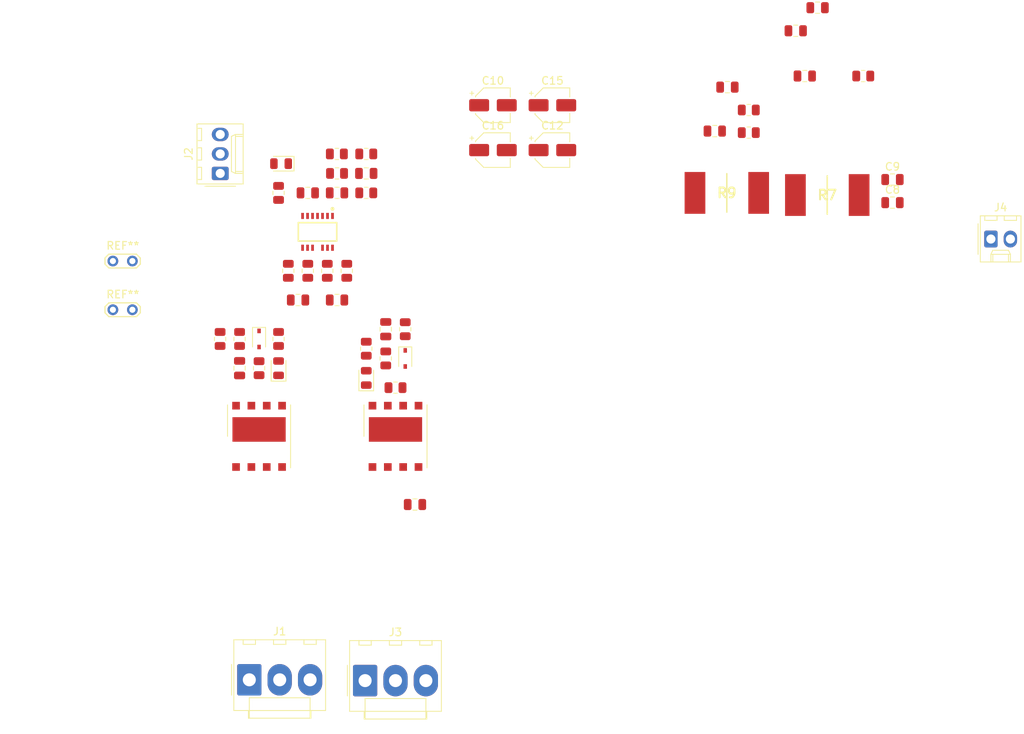
<source format=kicad_pcb>
(kicad_pcb (version 20211014) (generator pcbnew)
  (layers (0 "F.Cu" mixed) (1 "In1.Cu" power "Mid.1") (2 "In2.Cu" power "Mid.2") (31 "B.Cu" mixed) (34 "B.Paste" user) (35 "F.Paste" user) (36 "B.SilkS" user "B.Silkscreen") (37 "F.SilkS" user "F.Silkscreen") (38 "B.Mask" user) (39 "F.Mask" user) (44 "Edge.Cuts" user))
  (net 0 "")
  (net 1 "GND")
  (net 2 "+3.3V")
  (net 3 "GNDA")
  (net 4 "VCCA")
  (net 5 "GNDB")
  (net 6 "VCCB")
  (net 7 "GND1")
  (net 8 "Net-(C4-Pad2)")
  (net 9 "Net-(C5-Pad1)")
  (net 10 "Net-(C5-Pad2)")
  (net 11 "Net-(C10-Pad1)")
  (net 12 "Net-(C6-Pad2)")
  (net 13 "Net-(C7-Pad2)")
  (net 14 "Net-(C8-Pad2)")
  (net 15 "Net-(C10-Pad2)")
  (net 16 "GND2")
  (net 17 "OUTA")
  (net 18 "GND3")
  (net 19 "Net-(D1-Pad2)")
  (net 20 "Net-(D2-Pad2)")
  (net 21 "Net-(D5-Pad2)")
  (net 22 "Net-(D6-Pad2)")
  (net 23 "Net-(D7-Pad2)")
  (net 24 "Net-(FB1-Pad1)")
  (net 25 "Net-(FB2-Pad1)")
  (net 26 "Net-(FB3-Pad1)")
  (net 27 "Net-(Q1-Pad8)")
  (net 28 "Net-(J2-Pad1)")
  (net 29 "Net-(J2-Pad3)")
  (net 31 "Net-(FB4-Pad1)")
  (net 32 "HVDC+")
  (net 33 "PWM1")
  (net 34 "PWM2")
  (net 35 "OUTB")
  (net 36 "Net-(C15-Pad2)")
  (net 37 "Net-(U1-Pad13)")
  (net 38 "Net-(C16-Pad2)")
  (net 39 "Net-(C16-Pad1)")
  (net 40 "Net-(J1-Pad1)")
  (net 41 "Net-(Q1-Pad1)")
  (net 42 "Net-(Q2-Pad5)")
  (footprint "Connector_Molex:Molex_KK-254_AE-6410-03A_1x03_P2.54mm_Vertical" (layer "F.Cu") (at 62.25 60.96 90)
    (fp_text reference "J2" (at 2.54 -4.12 90) (layer "F.SilkS"))
    (fp_text value "PWM")
    (fp_line (start 6.46 2.99) (end 6.46 -3.03) (layer "F.SilkS") (width 0.12))
    (fp_line (start 0.8 -2.43) (end 0.8 -3.03) (layer "F.SilkS") (width 0.12))
    (fp_line (start 5.88 -2.43) (end 5.88 -3.03) (layer "F.SilkS") (width 0.12))
    (fp_line (start 0.25 2.99) (end 0.25 1.99) (layer "F.SilkS") (width 0.12))
    (fp_line (start 3.34 -2.43) (end 3.34 -3.03) (layer "F.SilkS") (width 0.12))
    (fp_line (start 0 1.99) (end 0.25 1.46) (layer "F.SilkS") (width 0.12))
    (fp_line (start 0.25 1.46) (end 4.83 1.46) (layer "F.SilkS") (width 0.12))
    (fp_line (start 4.83 2.99) (end 4.83 1.99) (layer "F.SilkS") (width 0.12))
    (fp_line (start 4.28 -2.43) (end 5.88 -2.43) (layer "F.SilkS") (width 0.12))
    (fp_line (start 5.08 1.99) (end 5.08 2.99) (layer "F.SilkS") (width 0.12))
    (fp_line (start 6.46 -3.03) (end -1.38 -3.03) (layer "F.SilkS") (width 0.12))
    (fp_line (start 1.74 -3.03) (end 1.74 -2.43) (layer "F.SilkS") (width 0.12))
    (fp_line (start 4.83 1.46) (end 5.08 1.99) (layer "F.SilkS") (width 0.12))
    (fp_line (start 1.74 -2.43) (end 3.34 -2.43) (layer "F.SilkS") (width 0.12))
    (fp_line (start -1.38 -3.03) (end -1.38 2.99) (layer "F.SilkS") (width 0.12))
    (fp_line (start -0.8 -2.43) (end 0.8 -2.43) (layer "F.SilkS") (width 0.12))
    (fp_line (start -1.67 -2) (end -1.67 2) (layer "F.SilkS") (width 0.12))
    (fp_line (start 0 1.99) (end 5.08 1.99) (layer "F.SilkS") (width 0.12))
    (fp_line (start -0.8 -3.03) (end -0.8 -2.43) (layer "F.SilkS") (width 0.12))
    (fp_line (start 4.28 -3.03) (end 4.28 -2.43) (layer "F.SilkS") (width 0.12))
    (fp_line (start -1.38 2.99) (end 6.46 2.99) (layer "F.SilkS") (width 0.12))
    (fp_line (start 0 2.99) (end 0 1.99) (layer "F.SilkS") (width 0.12))
    (pad "1" thru_hole roundrect (at 0 0 90) (size 1.74 2.19) (drill 1.19) (layers *.Cu *.Mask) (roundrect_rratio 0.143678) (net 28 "Net-(J2-Pad1)"))
    (pad "2" thru_hole oval (at 2.54 0 90) (size 1.74 2.19) (drill 1.19) (layers *.Cu *.Mask) (net 1 "GND"))
    (pad "3" thru_hole oval (at 5.08 0 90) (size 1.74 2.19) (drill 1.19) (layers *.Cu *.Mask) (net 29 "Net-(J2-Pad3)"))
  )
  (footprint "footprint:RESC10052X50N" (layer "F.Cu") (at 141.36 63.78)
    (fp_text reference "R7" (at 0 0) (layer "F.SilkS") (effects (font (size 1.27 1.27) (thickness 0.254))))
    (fp_text value "WSLP3921L1000FEA" hide)
    (fp_line (start 0 -2.5) (end 0 2.5) (layer "F.SilkS") (width 0.2))
    (pad "1" smd rect (at -4.15 0) (size 2.7 5.45) (layers "F.Cu" "F.Paste" "F.Mask") (net 41 "Net-(Q1-Pad1)"))
    (pad "2" smd rect (at 4.15 0) (size 2.7 5.45) (layers "F.Cu" "F.Paste" "F.Mask") (net 32 "HVDC+"))
  )
  (footprint "Diode_SMD:D_SOD-323" (layer "F.Cu") (at 86.36 85.09 -90)
    (fp_text reference "D2" hide)
    (fp_text value "BAT165")
    (fp_line (start -1.5 0.85) (end 1.05 0.85) (layer "F.SilkS") (width 0.12))
    (fp_line (start -1.5 -0.85) (end -1.5 0.85) (layer "F.SilkS") (width 0.12))
    (fp_line (start -1.5 -0.85) (end 1.05 -0.85) (layer "F.SilkS") (width 0.12))
    (pad "1" smd rect (at -1.05 0 270) (size 0.6 0.45) (layers "F.Cu" "F.Paste" "F.Mask") (net 8 "Net-(C4-Pad2)"))
    (pad "2" smd rect (at 1.05 0 270) (size 0.6 0.45) (layers "F.Cu" "F.Paste" "F.Mask") (net 20 "Net-(D2-Pad2)"))
  )
  (footprint "Resistor_SMD:R_0805_2012Metric" (layer "F.Cu") (at 73.66 73.66 -90)
    (fp_text reference "FB4" hide)
    (fp_text value "fb")
    (fp_line (start -0.227064 0.735) (end 0.227064 0.735) (layer "F.SilkS") (width 0.12))
    (fp_line (start -0.227064 -0.735) (end 0.227064 -0.735) (layer "F.SilkS") (width 0.12))
    (pad "1" smd roundrect (at -0.9125 0 270) (size 1.025 1.4) (layers "F.Cu" "F.Paste" "F.Mask") (roundrect_rratio 0.243902) (net 31 "Net-(FB4-Pad1)"))
    (pad "2" smd roundrect (at 0.9125 0 270) (size 1.025 1.4) (layers "F.Cu" "F.Paste" "F.Mask") (roundrect_rratio 0.243902) (net 4 "VCCA"))
  )
  (footprint "footprint:TFLGA65P500X500X106-14_13N-V" (layer "F.Cu") (at 74.93 68.58 -90)
    (fp_text reference "U1" hide)
    (fp_text value "2EDF7275K")
    (fp_line (start -1.2 2.5) (end 1.2 2.5) (layer "F.SilkS") (width 0.2))
    (fp_line (start -1.2 -2.5) (end 1.2 -2.5) (layer "F.SilkS") (width 0.2))
    (fp_line (start -1.2 2.5) (end -1.2 -2.5) (layer "F.SilkS") (width 0.2))
    (fp_line (start 1.2 2.5) (end 1.2 -2.5) (layer "F.SilkS") (width 0.2))
    (fp_circle (center -3 -1.95) (end -2.875 -1.95) (layer "F.SilkS") (width 0.25) (fill none))
    (pad "1" smd rect locked (at -2.075 -1.95 270) (size 0.8 0.35) (layers "F.Cu" "F.Mask") (net 1 "GND"))
    (pad "2" smd rect locked (at -2.075 -1.3 270) (size 0.8 0.35) (layers "F.Cu" "F.Mask") (net 33 "PWM1"))
    (pad "3" smd rect locked (at -2.075 -0.65 270) (size 0.8 0.35) (layers "F.Cu" "F.Mask") (net 34 "PWM2"))
    (pad "4" smd rect locked (at -2.075 0 270) (size 0.8 0.35) (layers "F.Cu" "F.Mask") (net 1 "GND"))
    (pad "5" smd rect locked (at -2.075 0.65 270) (size 0.8 0.35) (layers "F.Cu" "F.Mask") (net 1 "GND"))
    (pad "6" smd rect locked (at -2.075 1.3 270) (size 0.8 0.35) (layers "F.Cu" "F.Mask"))
    (pad "7" smd rect locked (at -2.075 1.95 270) (size 0.8 0.35) (layers "F.Cu" "F.Mask") (net 2 "+3.3V"))
    (pad "8" smd rect locked (at 2.075 1.95 270) (size 0.8 0.35) (layers "F.Cu" "F.Mask") (net 38 "Net-(C16-Pad2)"))
    (pad "9" smd rect locked (at 2.075 1.3 270) (size 0.8 0.35) (layers "F.Cu" "F.Mask") (net 35 "OUTB"))
    (pad "10" smd rect locked (at 2.075 0.65 270) (size 0.8 0.35) (layers "F.Cu" "F.Mask") (net 39 "Net-(C16-Pad1)"))
    (pad "11" smd rect locked (at 2.075 -0.65 270) (size 0.8 0.35) (layers "F.Cu" "F.Mask") (net 36 "Net-(C15-Pad2)"))
    (pad "12" smd rect locked (at 2.075 -1.3 270) (size 0.8 0.35) (layers "F.Cu" "F.Mask") (net 17 "OUTA"))
    (pad "13" smd rect locked (at 2.075 -1.95 270) (size 0.8 0.35) (layers "F.Cu" "F.Mask") (net 37 "Net-(U1-Pad13)"))
  )
  (footprint "Resistor_SMD:R_0805_2012Metric" (layer "F.Cu") (at 83.82 85.09 -90)
    (fp_text reference "R4" hide)
    (fp_text value "10")
    (fp_line (start -0.227064 0.735) (end 0.227064 0.735) (layer "F.SilkS") (width 0.12))
    (fp_line (start -0.227064 -0.735) (end 0.227064 -0.735) (layer "F.SilkS") (width 0.12))
    (pad "1" smd roundrect (at -0.9125 0 270) (size 1.025 1.4) (layers "F.Cu" "F.Paste" "F.Mask") (roundrect_rratio 0.243902) (net 8 "Net-(C4-Pad2)"))
    (pad "2" smd roundrect (at 0.9125 0 270) (size 1.025 1.4) (layers "F.Cu" "F.Paste" "F.Mask") (roundrect_rratio 0.243902) (net 27 "Net-(Q1-Pad8)"))
  )
  (footprint "Capacitor_SMD:C_0805_2012Metric" (layer "F.Cu") (at 73.66 63.5 180)
    (fp_text reference "C1" hide)
    (fp_text value "100nF")
    (fp_line (start -0.261252 -0.735) (end 0.261252 -0.735) (layer "F.SilkS") (width 0.12))
    (fp_line (start -0.261252 0.735) (end 0.261252 0.735) (layer "F.SilkS") (width 0.12))
    (pad "1" smd roundrect (at -0.95 0 180) (size 1 1.45) (layers "F.Cu" "F.Paste" "F.Mask") (net 1 "GND"))
    (pad "2" smd roundrect (at 0.95 0 180) (size 1 1.45) (layers "F.Cu" "F.Paste" "F.Mask") (net 2 "+3.3V"))
  )
  (footprint "Capacitor_SMD:C_0805_2012Metric" (layer "F.Cu") (at 138.43 48.26)
    (fp_text reference "C6" hide)
    (fp_text value "100nF/100V")
    (fp_line (start -0.261252 0.735) (end 0.261252 0.735) (layer "F.SilkS") (width 0.12))
    (fp_line (start -0.261252 -0.735) (end 0.261252 -0.735) (layer "F.SilkS") (width 0.12))
    (pad "1" smd roundrect (at -0.95 0) (size 1 1.45) (layers "F.Cu" "F.Paste" "F.Mask") (net 18 "GND3"))
    (pad "2" smd roundrect (at 0.95 0) (size 1 1.45) (layers "F.Cu" "F.Paste" "F.Mask") (net 12 "Net-(C6-Pad2)"))
  )
  (footprint "Capacitor_SMD:C_0805_2012Metric" (layer "F.Cu") (at 77.47 77.47)
    (fp_text reference "C2" hide)
    (fp_text value "1uF")
    (fp_line (start -0.261252 0.735) (end 0.261252 0.735) (layer "F.SilkS") (width 0.12))
    (fp_line (start -0.261252 -0.735) (end 0.261252 -0.735) (layer "F.SilkS") (width 0.12))
    (pad "1" smd roundrect (at -0.95 0) (size 1 1.45) (layers "F.Cu" "F.Paste" "F.Mask") (net 36 "Net-(C15-Pad2)"))
    (pad "2" smd roundrect (at 0.95 0) (size 1 1.45) (layers "F.Cu" "F.Paste" "F.Mask") (net 37 "Net-(U1-Pad13)"))
  )
  (footprint "Capacitor_SMD:C_0805_2012Metric" (layer "F.Cu") (at 128.35 49.71)
    (fp_text reference "C7" hide)
    (fp_text value "100nF/100V")
    (fp_line (start -0.261252 -0.735) (end 0.261252 -0.735) (layer "F.SilkS") (width 0.12))
    (fp_line (start -0.261252 0.735) (end 0.261252 0.735) (layer "F.SilkS") (width 0.12))
    (pad "1" smd roundrect (at -0.95 0) (size 1 1.45) (layers "F.Cu" "F.Paste" "F.Mask") (net 18 "GND3"))
    (pad "2" smd roundrect (at 0.95 0) (size 1 1.45) (layers "F.Cu" "F.Paste" "F.Mask") (net 13 "Net-(C7-Pad2)"))
  )
  (footprint "Resistor_SMD:R_0805_2012Metric" (layer "F.Cu") (at 71.12 73.66 -90)
    (fp_text reference "FB1" hide)
    (fp_text value "fb")
    (fp_line (start -0.227064 -0.735) (end 0.227064 -0.735) (layer "F.SilkS") (width 0.12))
    (fp_line (start -0.227064 0.735) (end 0.227064 0.735) (layer "F.SilkS") (width 0.12))
    (pad "1" smd roundrect (at -0.9125 0 270) (size 1.025 1.4) (layers "F.Cu" "F.Paste" "F.Mask") (roundrect_rratio 0.243902) (net 24 "Net-(FB1-Pad1)"))
    (pad "2" smd roundrect (at 0.9125 0 270) (size 1.025 1.4) (layers "F.Cu" "F.Paste" "F.Mask") (roundrect_rratio 0.243902) (net 5 "GNDB"))
  )
  (footprint "footprint:RESC10052X50N" (layer "F.Cu") (at 128.27 63.5)
    (fp_text reference "R9" (at 0 0) (layer "F.SilkS") (effects (font (size 1.27 1.27) (thickness 0.254))))
    (fp_text value "WSLP3921L1000FEA" hide)
    (fp_line (start 0 -2.5) (end 0 2.5) (layer "F.SilkS") (width 0.2))
    (pad "1" smd rect (at -4.15 0) (size 2.7 5.45) (layers "F.Cu" "F.Paste" "F.Mask") (net 42 "Net-(Q2-Pad5)"))
    (pad "2" smd rect (at 4.15 0) (size 2.7 5.45) (layers "F.Cu" "F.Paste" "F.Mask") (net 18 "GND3"))
  )
  (footprint "Resistor_SMD:R_0805_2012Metric" (layer "F.Cu") (at 69.85 63.5 -90)
    (fp_text reference "R10" hide)
    (fp_text value "4.7k")
    (fp_line (start -0.227064 -0.735) (end 0.227064 -0.735) (layer "F.SilkS") (width 0.12))
    (fp_line (start -0.227064 0.735) (end 0.227064 0.735) (layer "F.SilkS") (width 0.12))
    (pad "1" smd roundrect (at -0.9125 0 270) (size 1.025 1.4) (layers "F.Cu" "F.Paste" "F.Mask") (roundrect_rratio 0.243902) (net 21 "Net-(D5-Pad2)"))
    (pad "2" smd roundrect (at 0.9125 0 270) (size 1.025 1.4) (layers "F.Cu" "F.Paste" "F.Mask") (roundrect_rratio 0.243902) (net 2 "+3.3V"))
  )
  (footprint "LED_SMD:LED_0805_2012Metric" (layer "F.Cu") (at 69.85 86.36 90)
    (fp_text reference "D6" hide)
    (fp_text value "LED")
    (fp_line (start -1.685 -0.96) (end -1.685 0.96) (layer "F.SilkS") (width 0.12))
    (fp_line (start 1 -0.96) (end -1.685 -0.96) (layer "F.SilkS") (width 0.12))
    (fp_line (start -1.685 0.96) (end 1 0.96) (layer "F.SilkS") (width 0.12))
    (pad "1" smd roundrect (at -0.9375 0 90) (size 0.975 1.4) (layers "F.Cu" "F.Paste" "F.Mask") (net 7 "GND1"))
    (pad "2" smd roundrect (at 0.9375 0 90) (size 0.975 1.4) (layers "F.Cu" "F.Paste" "F.Mask") (net 22 "Net-(D6-Pad2)"))
  )
  (footprint "Resistor_SMD:R_0805_2012Metric" (layer "F.Cu") (at 131.13 55.64)
    (fp_text reference "R7" hide)
    (fp_text value "10")
    (fp_line (start -0.227064 -0.735) (end 0.227064 -0.735) (layer "F.SilkS") (width 0.12))
    (fp_line (start -0.227064 0.735) (end 0.227064 0.735) (layer "F.SilkS") (width 0.12))
    (pad "1" smd roundrect (at -0.9125 0) (size 1.025 1.4) (layers "F.Cu" "F.Paste" "F.Mask") (roundrect_rratio 0.243902) (net 12 "Net-(C6-Pad2)"))
    (pad "2" smd roundrect (at 0.9125 0) (size 1.025 1.4) (layers "F.Cu" "F.Paste" "F.Mask") (roundrect_rratio 0.243902) (net 15 "Net-(C10-Pad2)"))
  )
  (footprint "Capacitor_SMD:C_0805_2012Metric" (layer "F.Cu") (at 137.25 42.36)
    (fp_text reference "C10" hide)
    (fp_text value "1uF/400-450V")
    (fp_line (start -0.261252 0.735) (end 0.261252 0.735) (layer "F.SilkS") (width 0.12))
    (fp_line (start -0.261252 -0.735) (end 0.261252 -0.735) (layer "F.SilkS") (width 0.12))
    (pad "1" smd roundrect (at -0.95 0) (size 1 1.45) (layers "F.Cu" "F.Paste" "F.Mask") (net 11 "Net-(C10-Pad1)"))
    (pad "2" smd roundrect (at 0.95 0) (size 1 1.45) (layers "F.Cu" "F.Paste" "F.Mask") (net 15 "Net-(C10-Pad2)"))
  )
  (footprint "Package_SON:Infineon_PG-LSON-8-1" (layer "F.Cu") (at 85.09 95.25 90)
    (fp_text reference "Q1" hide)
    (fp_text value "IGLD60R190D1")
    (fp_line (start -4.11 4.11) (end 4.11 4.11) (layer "F.SilkS") (width 0.12))
    (fp_line (start 0 -4.11) (end 4.1 -4.11) (layer "F.SilkS") (width 0.12))
    (pad "1" smd rect (at -4 -3 90) (size 1 1) (layers "F.Cu" "F.Paste" "F.Mask") (net 41 "Net-(Q1-Pad1)"))
    (pad "2" smd rect (at -4 -1 90) (size 1 1) (layers "F.Cu" "F.Paste" "F.Mask") (net 41 "Net-(Q1-Pad1)"))
    (pad "3" smd rect (at -4 1 90) (size 1 1) (layers "F.Cu" "F.Paste" "F.Mask") (net 41 "Net-(Q1-Pad1)"))
    (pad "4" smd rect (at -4 3 90) (size 1 1) (layers "F.Cu" "F.Paste" "F.Mask") (net 41 "Net-(Q1-Pad1)"))
    (pad "5" smd rect (at 4 3 90) (size 1 1) (layers "F.Cu" "F.Paste" "F.Mask") (net 40 "Net-(J1-Pad1)"))
    (pad "6" smd rect (at 4 1 90) (size 1 1) (layers "F.Cu" "F.Paste" "F.Mask") (net 40 "Net-(J1-Pad1)"))
    (pad "7" smd rect (at 4 -1 90) (size 1 1) (layers "F.Cu" "F.Paste" "F.Mask") (net 7 "GND1"))
    (pad "8" smd rect (at 4 -3 90) (size 1 1) (layers "F.Cu" "F.Paste" "F.Mask") (net 27 "Net-(Q1-Pad8)"))
    (pad "9" smd rect (at 0.9 0 90) (size 3.2 6.94) (layers "F.Cu" "F.Mask") (net 40 "Net-(J1-Pad1)"))
  )
  (footprint "Capacitor_SMD:C_0805_2012Metric" (layer "F.Cu") (at 81.28 60.96 180)
    (fp_text reference "C13" hide)
    (fp_text value "100nF")
    (fp_line (start -0.261252 0.735) (end 0.261252 0.735) (layer "F.SilkS") (width 0.12))
    (fp_line (start -0.261252 -0.735) (end 0.261252 -0.735) (layer "F.SilkS") (width 0.12))
    (pad "1" smd roundrect (at -0.95 0 180) (size 1 1.45) (layers "F.Cu" "F.Paste" "F.Mask") (net 1 "GND"))
    (pad "2" smd roundrect (at 0.95 0 180) (size 1 1.45) (layers "F.Cu" "F.Paste" "F.Mask") (net 33 "PWM1"))
  )
  (footprint "Resistor_SMD:R_0805_2012Metric" (layer "F.Cu") (at 131.13 52.69)
    (fp_text reference "R8" hide)
    (fp_text value "10")
    (fp_line (start -0.227064 0.735) (end 0.227064 0.735) (layer "F.SilkS") (width 0.12))
    (fp_line (start -0.227064 -0.735) (end 0.227064 -0.735) (layer "F.SilkS") (width 0.12))
    (pad "1" smd roundrect (at -0.9125 0) (size 1.025 1.4) (layers "F.Cu" "F.Paste" "F.Mask") (roundrect_rratio 0.243902) (net 13 "Net-(C7-Pad2)"))
    (pad "2" smd roundrect (at 0.9125 0) (size 1.025 1.4) (layers "F.Cu" "F.Paste" "F.Mask") (roundrect_rratio 0.243902) (net 15 "Net-(C10-Pad2)"))
  )
  (footprint "Connector_Molex:Molex_KK-254_AE-6410-02A_1x02_P2.54mm_Vertical" (layer "F.Cu") (at 162.687 69.5198)
    (fp_text reference "J4" (at 1.27 -4.12) (layer "F.SilkS"))
    (fp_text value "3.3V")
    (fp_line (start -0.8 -3.03) (end -0.8 -2.43) (layer "F.SilkS") (width 0.12))
    (fp_line (start -1.38 -3.03) (end -1.38 2.99) (layer "F.SilkS") (width 0.12))
    (fp_line (start -1.67 -2) (end -1.67 2) (layer "F.SilkS") (width 0.12))
    (fp_line (start 1.74 -2.43) (end 3.34 -2.43) (layer "F.SilkS") (width 0.12))
    (fp_line (start 2.54 1.99) (end 2.54 2.99) (layer "F.SilkS") (width 0.12))
    (fp_line (start 0 1.99) (end 2.54 1.99) (layer "F.SilkS") (width 0.12))
    (fp_line (start 0.25 2.99) (end 0.25 1.99) (layer "F.SilkS") (width 0.12))
    (fp_line (start 0 1.99) (end 0.25 1.46) (layer "F.SilkS") (width 0.12))
    (fp_line (start 2.29 2.99) (end 2.29 1.99) (layer "F.SilkS") (width 0.12))
    (fp_line (start 3.34 -2.43) (end 3.34 -3.03) (layer "F.SilkS") (width 0.12))
    (fp_line (start -1.38 2.99) (end 3.92 2.99) (layer "F.SilkS") (width 0.12))
    (fp_line (start 2.29 1.46) (end 2.54 1.99) (layer "F.SilkS") (width 0.12))
    (fp_line (start 3.92 -3.03) (end -1.38 -3.03) (layer "F.SilkS") (width 0.12))
    (fp_line (start 0.25 1.46) (end 2.29 1.46) (layer "F.SilkS") (width 0.12))
    (fp_line (start 3.92 2.99) (end 3.92 -3.03) (layer "F.SilkS") (width 0.12))
    (fp_line (start 0 2.99) (end 0 1.99) (layer "F.SilkS") (width 0.12))
    (fp_line (start 0.8 -2.43) (end 0.8 -3.03) (layer "F.SilkS") (width 0.12))
    (fp_line (start -0.8 -2.43) (end 0.8 -2.43) (layer "F.SilkS") (width 0.12))
    (fp_line (start 1.74 -3.03) (end 1.74 -2.43) (layer "F.SilkS") (width 0.12))
    (pad "1" thru_hole roundrect (at 0 0) (size 1.74 2.19) (drill 1.19) (layers *.Cu *.Mask) (roundrect_rratio 0.143678) (net 2 "+3.3V"))
    (pad "2" thru_hole oval (at 2.54 0) (size 1.74 2.19) (drill 1.19) (layers *.Cu *.Mask) (net 1 "GND"))
  )
  (footprint "Resistor_SMD:R_0805_2012Metric" (layer "F.Cu") (at 146.05 48.26)
    (fp_text reference "R9" hide)
    (fp_text value "10")
    (fp_line (start -0.227064 0.735) (end 0.227064 0.735) (layer "F.SilkS") (width 0.12))
    (fp_line (start -0.227064 -0.735) (end 0.227064 -0.735) (layer "F.SilkS") (width 0.12))
    (pad "1" smd roundrect (at -0.9125 0) (size 1.025 1.4) (layers "F.Cu" "F.Paste" "F.Mask") (roundrect_rratio 0.243902) (net 14 "Net-(C8-Pad2)"))
    (pad "2" smd roundrect (at 0.9125 0) (size 1.025 1.4) (layers "F.Cu" "F.Paste" "F.Mask") (roundrect_rratio 0.243902) (net 15 "Net-(C10-Pad2)"))
  )
  (footprint "Resistor_SMD:R_0805_2012Metric" (layer "F.Cu") (at 77.45 58.42)
    (fp_text reference "R14" hide)
    (fp_text value "100")
    (fp_line (start -0.227064 0.735) (end 0.227064 0.735) (layer "F.SilkS") (width 0.12))
    (fp_line (start -0.227064 -0.735) (end 0.227064 -0.735) (layer "F.SilkS") (width 0.12))
    (pad "1" smd roundrect (at -0.9125 0) (size 1.025 1.4) (layers "F.Cu" "F.Paste" "F.Mask") (roundrect_rratio 0.243902) (net 29 "Net-(J2-Pad3)"))
    (pad "2" smd roundrect (at 0.9125 0) (size 1.025 1.4) (layers "F.Cu" "F.Paste" "F.Mask") (roundrect_rratio 0.243902) (net 34 "PWM2"))
  )
  (footprint "Capacitor_SMD:C_0805_2012Metric" (layer "F.Cu") (at 140.1 39.35)
    (fp_text reference "C11" hide)
    (fp_text value "1uF/400-450V")
    (fp_line (start -0.261252 -0.735) (end 0.261252 -0.735) (layer "F.SilkS") (width 0.12))
    (fp_line (start -0.261252 0.735) (end 0.261252 0.735) (layer "F.SilkS") (width 0.12))
    (pad "1" smd roundrect (at -0.95 0) (size 1 1.45) (layers "F.Cu" "F.Paste" "F.Mask") (net 11 "Net-(C10-Pad1)"))
    (pad "2" smd roundrect (at 0.95 0) (size 1 1.45) (layers "F.Cu" "F.Paste" "F.Mask") (net 15 "Net-(C10-Pad2)"))
  )
  (footprint "Capacitor_SMD:CP_Elec_4x5.8" (layer "F.Cu") (at 105.54 52.07)
    (fp_text reference "C15" (at 0 -3.2) (layer "F.SilkS"))
    (fp_text value "10uF/35V")
    (fp_line (start -1.195563 2.26) (end 2.26 2.26) (layer "F.SilkS") (width 0.12))
    (fp_line (start -2.26 -1.195563) (end -1.195563 -2.26) (layer "F.SilkS") (width 0.12))
    (fp_line (start 2.26 -2.26) (end 2.26 -1.06) (layer "F.SilkS") (width 0.12))
    (fp_line (start -1.195563 -2.26) (end 2.26 -2.26) (layer "F.SilkS") (width 0.12))
    (fp_line (start -2.26 1.195563) (end -2.26 1.06) (layer "F.SilkS") (width 0.12))
    (fp_line (start -2.26 1.195563) (end -1.195563 2.26) (layer "F.SilkS") (width 0.12))
    (fp_line (start 2.26 2.26) (end 2.26 1.06) (layer "F.SilkS") (width 0.12))
    (fp_line (start -2.26 -1.195563) (end -2.26 -1.06) (layer "F.SilkS") (width 0.12))
    (fp_line (start -2.75 -1.81) (end -2.75 -1.31) (layer "F.SilkS") (width 0.12))
    (fp_line (start -3 -1.56) (end -2.5 -1.56) (layer "F.SilkS") (width 0.12))
    (pad "1" smd roundrect (at -1.8 0) (size 2.6 1.6) (layers "F.Cu" "F.Paste" "F.Mask") (roundrect_rratio 0.15625) (net 37 "Net-(U1-Pad13)"))
    (pad "2" smd roundrect (at 1.8 0) (size 2.6 1.6) (layers "F.Cu" "F.Paste" "F.Mask") (roundrect_rratio 0.15625) (net 36 "Net-(C15-Pad2)"))
  )
  (footprint "Capacitor_SMD:C_0805_2012Metric" (layer "F.Cu") (at 87.63 104.14)
    (fp_text reference "C9" hide)
    (fp_text value "1uF/400-450V")
    (fp_line (start -0.261252 0.735) (end 0.261252 0.735) (layer "F.SilkS") (width 0.12))
    (fp_line (start -0.261252 -0.735) (end 0.261252 -0.735) (layer "F.SilkS") (width 0.12))
    (pad "1" smd roundrect (at -0.95 0) (size 1 1.45) (layers "F.Cu" "F.Paste" "F.Mask") (net 11 "Net-(C10-Pad1)"))
    (pad "2" smd roundrect (at 0.95 0) (size 1 1.45) (layers "F.Cu" "F.Paste" "F.Mask") (net 15 "Net-(C10-Pad2)"))
  )
  (footprint "Resistor_SMD:R_0805_2012Metric" (layer "F.Cu") (at 85.09 88.9 180)
    (fp_text reference "R6" hide)
    (fp_text value "5.1")
    (fp_line (start -0.227064 -0.735) (end 0.227064 -0.735) (layer "F.SilkS") (width 0.12))
    (fp_line (start -0.227064 0.735) (end 0.227064 0.735) (layer "F.SilkS") (width 0.12))
    (pad "1" smd roundrect (at -0.9125 0 180) (size 1.025 1.4) (layers "F.Cu" "F.Paste" "F.Mask") (roundrect_rratio 0.243902) (net 20 "Net-(D2-Pad2)"))
    (pad "2" smd roundrect (at 0.9125 0 180) (size 1.025 1.4) (layers "F.Cu" "F.Paste" "F.Mask") (roundrect_rratio 0.243902) (net 27 "Net-(Q1-Pad8)"))
  )
  (footprint "Resistor_SMD:R_0805_2012Metric" (layer "F.Cu") (at 86.36 81.28 -90)
    (fp_text reference "R1" hide)
    (fp_text value "470")
    (fp_line (start -0.227064 0.735) (end 0.227064 0.735) (layer "F.SilkS") (width 0.12))
    (fp_line (start -0.227064 -0.735) (end 0.227064 -0.735) (layer "F.SilkS") (width 0.12))
    (pad "1" smd roundrect (at -0.9125 0 270) (size 1.025 1.4) (layers "F.Cu" "F.Paste" "F.Mask") (roundrect_rratio 0.243902) (net 17 "OUTA"))
    (pad "2" smd roundrect (at 0.9125 0 270) (size 1.025 1.4) (layers "F.Cu" "F.Paste" "F.Mask") (roundrect_rratio 0.243902) (net 27 "Net-(Q1-Pad8)"))
  )
  (footprint "Capacitor_SMD:C_0805_2012Metric" (layer "F.Cu") (at 83.82 81.28 -90)
    (fp_text reference "C4" hide)
    (fp_text value "2.2nF")
    (fp_line (start -0.261252 0.735) (end 0.261252 0.735) (layer "F.SilkS") (width 0.12))
    (fp_line (start -0.261252 -0.735) (end 0.261252 -0.735) (layer "F.SilkS") (width 0.12))
    (pad "1" smd roundrect (at -0.95 0 270) (size 1 1.45) (layers "F.Cu" "F.Paste" "F.Mask") (net 17 "OUTA"))
    (pad "2" smd roundrect (at 0.95 0 270) (size 1 1.45) (layers "F.Cu" "F.Paste" "F.Mask") (net 8 "Net-(C4-Pad2)"))
  )
  (footprint "LED_SMD:LED_0805_2012Metric" (layer "F.Cu") (at 70.1825 59.69 180)
    (fp_text reference "D5" hide)
    (fp_text value "LED")
    (fp_line (start -1.685 -0.96) (end -1.685 0.96) (layer "F.SilkS") (width 0.12))
    (fp_line (start 1 -0.96) (end -1.685 -0.96) (layer "F.SilkS") (width 0.12))
    (fp_line (start -1.685 0.96) (end 1 0.96) (layer "F.SilkS") (width 0.12))
    (pad "1" smd roundrect (at -0.9375 0 180) (size 0.975 1.4) (layers "F.Cu" "F.Paste" "F.Mask") (net 1 "GND"))
    (pad "2" smd roundrect (at 0.9375 0 180) (size 0.975 1.4) (layers "F.Cu" "F.Paste" "F.Mask") (net 21 "Net-(D5-Pad2)"))
  )
  (footprint "Capacitor_SMD:CP_Elec_4x5.8" (layer "F.Cu") (at 105.54 57.92)
    (fp_text reference "C12" (at 0 -3.2) (layer "F.SilkS"))
    (fp_text value "100uF/250V")
    (fp_line (start -2.26 -1.195563) (end -2.26 -1.06) (layer "F.SilkS") (width 0.12))
    (fp_line (start -2.75 -1.81) (end -2.75 -1.31) (layer "F.SilkS") (width 0.12))
    (fp_line (start -1.195563 -2.26) (end 2.26 -2.26) (layer "F.SilkS") (width 0.12))
    (fp_line (start -2.26 1.195563) (end -2.26 1.06) (layer "F.SilkS") (width 0.12))
    (fp_line (start -2.26 1.195563) (end -1.195563 2.26) (layer "F.SilkS") (width 0.12))
    (fp_line (start 2.26 2.26) (end 2.26 1.06) (layer "F.SilkS") (width 0.12))
    (fp_line (start -1.195563 2.26) (end 2.26 2.26) (layer "F.SilkS") (width 0.12))
    (fp_line (start -3 -1.56) (end -2.5 -1.56) (layer "F.SilkS") (width 0.12))
    (fp_line (start 2.26 -2.26) (end 2.26 -1.06) (layer "F.SilkS") (width 0.12))
    (fp_line (start -2.26 -1.195563) (end -1.195563 -2.26) (layer "F.SilkS") (width 0.12))
    (pad "1" smd roundrect (at -1.8 0) (size 2.6 1.6) (layers "F.Cu" "F.Paste" "F.Mask") (roundrect_rratio 0.15625) (net 32 "HVDC+"))
    (pad "2" smd roundrect (at 1.8 0) (size 2.6 1.6) (layers "F.Cu" "F.Paste" "F.Mask") (roundrect_rratio 0.15625) (net 18 "GND3"))
  )
  (footprint "Resistor_SMD:R_0805_2012Metric" (layer "F.Cu") (at 62.23 82.55 -90)
    (fp_text reference "R3" hide)
    (fp_text value "470")
    (fp_line (start -0.227064 -0.735) (end 0.227064 -0.735) (layer "F.SilkS") (width 0.12))
    (fp_line (start -0.227064 0.735) (end 0.227064 0.735) (layer "F.SilkS") (width 0.12))
    (pad "1" smd roundrect (at -0.9125 0 270) (size 1.025 1.4) (layers "F.Cu" "F.Paste" "F.Mask") (roundrect_rratio 0.243902) (net 35 "OUTB"))
    (pad "2" smd roundrect (at 0.9125 0 270) (size 1.025 1.4) (layers "F.Cu" "F.Paste" "F.Mask") (roundrect_rratio 0.243902) (net 10 "Net-(C5-Pad2)"))
  )
  (footprint "Resistor_SMD:R_0805_2012Metric" (layer "F.Cu") (at 76.2 73.66 -90)
    (fp_text reference "FB2" hide)
    (fp_text value "fb")
    (fp_line (start -0.227064 -0.735) (end 0.227064 -0.735) (layer "F.SilkS") (width 0.12))
    (fp_line (start -0.227064 0.735) (end 0.227064 0.735) (layer "F.SilkS") (width 0.12))
    (pad "1" smd roundrect (at -0.9125 0 270) (size 1.025 1.4) (layers "F.Cu" "F.Paste" "F.Mask") (roundrect_rratio 0.243902) (net 25 "Net-(FB2-Pad1)"))
    (pad "2" smd roundrect (at 0.9125 0 270) (size 1.025 1.4) (layers "F.Cu" "F.Paste" "F.Mask") (roundrect_rratio 0.243902) (net 3 "GNDA"))
  )
  (footprint "Capacitor_SMD:C_0805_2012Metric" (layer "F.Cu") (at 72.39 77.47)
    (fp_text reference "C3" hide)
    (fp_text value "1uF")
    (fp_line (start -0.261252 0.735) (end 0.261252 0.735) (layer "F.SilkS") (width 0.12))
    (fp_line (start -0.261252 -0.735) (end 0.261252 -0.735) (layer "F.SilkS") (width 0.12))
    (pad "1" smd roundrect (at -0.95 0) (size 1 1.45) (layers "F.Cu" "F.Paste" "F.Mask") (net 38 "Net-(C16-Pad2)"))
    (pad "2" smd roundrect (at 0.95 0) (size 1 1.45) (layers "F.Cu" "F.Paste" "F.Mask") (net 39 "Net-(C16-Pad1)"))
  )
  (footprint "Capacitor_SMD:C_0805_2012Metric" (layer "F.Cu") (at 126.7 55.44)
    (fp_text reference "C8" hide)
    (fp_text value "10nF")
    (fp_line (start -0.261252 -0.735) (end 0.261252 -0.735) (layer "F.SilkS") (width 0.12))
    (fp_line (start -0.261252 0.735) (end 0.261252 0.735) (layer "F.SilkS") (width 0.12))
    (pad "1" smd roundrect (at -0.95 0) (size 1 1.45) (layers "F.Cu" "F.Paste" "F.Mask") (net 11 "Net-(C10-Pad1)"))
    (pad "2" smd roundrect (at 0.95 0) (size 1 1.45) (layers "F.Cu" "F.Paste" "F.Mask") (net 14 "Net-(C8-Pad2)"))
  )
  (footprint "Resistor_SMD:R_0805_2012Metric" (layer "F.Cu") (at 81.28 83.82 90)
    (fp_text reference "R12" hide)
    (fp_text value "4.7k")
    (fp_line (start -0.227064 0.735) (end 0.227064 0.735) (layer "F.SilkS") (width 0.12))
    (fp_line (start -0.227064 -0.735) (end 0.227064 -0.735) (layer "F.SilkS") (width 0.12))
    (pad "1" smd roundrect (at -0.9125 0 90) (size 1.025 1.4) (layers "F.Cu" "F.Paste" "F.Mask") (roundrect_rratio 0.243902) (net 23 "Net-(D7-Pad2)"))
    (pad "2" smd roundrect (at 0.9125 0 90) (size 1.025 1.4) (layers "F.Cu" "F.Paste" "F.Mask") (roundrect_rratio 0.243902) (net 6 "VCCB"))
  )
  (footprint "Resistor_SMD:R_0805_2012Metric" (layer "F.Cu") (at 77.47 60.96)
    (fp_text reference "R16" hide)
    (fp_text value "10k")
    (fp_line (start -0.227064 -0.735) (end 0.227064 -0.735) (layer "F.SilkS") (width 0.12))
    (fp_line (start -0.227064 0.735) (end 0.227064 0.735) (layer "F.SilkS") (width 0.12))
    (pad "1" smd roundrect (at -0.9125 0) (size 1.025 1.4) (layers "F.Cu" "F.Paste" "F.Mask") (roundrect_rratio 0.243902) (net 34 "PWM2"))
    (pad "2" smd roundrect (at 0.9125 0) (size 1.025 1.4) (layers "F.Cu" "F.Paste" "F.Mask") (roundrect_rratio 0.243902) (net 1 "GND"))
  )
  (footprint "Package_SON:Infineon_PG-LSON-8-1" (layer "F.Cu") (at 67.31 95.25 90)
    (fp_text reference "Q2" hide)
    (fp_text value "IGLD60R190D1")
    (fp_line (start 0 -4.11) (end 4.1 -4.11) (layer "F.SilkS") (width 0.12))
    (fp_line (start -4.11 4.11) (end 4.11 4.11) (layer "F.SilkS") (width 0.12))
    (pad "1" smd rect (at -4 -3 90) (size 1 1) (layers "F.Cu" "F.Paste" "F.Mask") (net 40 "Net-(J1-Pad1)"))
    (pad "2" smd rect (at -4 -1 90) (size 1 1) (layers "F.Cu" "F.Paste" "F.Mask") (net 40 "Net-(J1-Pad1)"))
    (pad "3" smd rect (at -4 1 90) (size 1 1) (layers "F.Cu" "F.Paste" "F.Mask") (net 40 "Net-(J1-Pad1)"))
    (pad "4" smd rect (at -4 3 90) (size 1 1) (layers "F.Cu" "F.Paste" "F.Mask") (net 40 "Net-(J1-Pad1)"))
    (pad "5" smd rect (at 4 3 90) (size 1 1) (layers "F.Cu" "F.Paste" "F.Mask") (net 42 "Net-(Q2-Pad5)"))
    (pad "6" smd rect (at 4 1 90) (size 1 1) (layers "F.Cu" "F.Paste" "F.Mask") (net 42 "Net-(Q2-Pad5)"))
    (pad "7" smd rect (at 4 -1 90) (size 1 1) (layers "F.Cu" "F.Paste" "F.Mask") (net 16 "GND2"))
    (pad "8" smd rect (at 4 -3 90) (size 1 1) (layers "F.Cu" "F.Paste" "F.Mask") (net 10 "Net-(C5-Pad2)"))
    (pad "9" smd rect (at 0.9 0 90) (size 3.2 6.94) (layers "F.Cu" "F.Mask") (net 42 "Net-(Q2-Pad5)"))
  )
  (footprint "TestPoint:TestPoint_2Pads_Pitch2.54mm_Drill0.8mm" (layer "F.Cu") (at 48.26 72.39)
    (fp_text reference "REF**" (at 1.3 -2) (layer "F.SilkS"))
    (fp_text value "TestPoint_2Pads_Pitch2.54mm_Drill0.8mm")
    (fp_line (start -0.53 0.9) (end -1.03 0.4) (layer "F.SilkS") (width 0.15))
    (fp_line (start 3.07 0.9) (end -0.53 0.9) (layer "F.SilkS") (width 0.15))
    (fp_line (start -1.03 0.4) (end -1.03 -0.4) (layer "F.SilkS") (width 0.15))
    (fp_line (start 3.57 0.4) (end 3.07 0.9) (layer "F.SilkS") (width 0.15))
    (fp_line (start 3.07 -0.9) (end 3.57 -0.4) (layer "F.SilkS") (width 0.15))
    (fp_line (start 3.57 -0.4) (end 3.57 0.4) (layer "F.SilkS") (width 0.15))
    (fp_line (start -0.53 -0.9) (end 3.07 -0.9) (layer "F.SilkS") (width 0.15))
    (fp_line (start -1.03 -0.4) (end -0.53 -0.9) (layer "F.SilkS") (width 0.15))
    (pad "1" thru_hole circle (at 0 0) (size 1.4 1.4) (drill 0.8) (layers *.Mask "F.Cu" "In1.Cu" "In2.Cu" "B.Cu"))
    (pad "2" thru_hole circle (at 2.54 0) (size 1.4 1.4) (drill 0.8) (layers *.Mask "F.Cu" "In1.Cu" "In2.Cu" "B.Cu"))
  )
  (footprint "Capacitor_SMD:C_0805_2012Metric" (layer "F.Cu") (at 149.86 64.77)
    (fp_text reference "C8" (at 0 -1.68) (layer "F.SilkS"))
    (fp_text value "100nF/100V")
    (fp_line (start -0.261252 -0.735) (end 0.261252 -0.735) (layer "F.SilkS") (width 0.12))
    (fp_line (start -0.261252 0.735) (end 0.261252 0.735) (layer "F.SilkS") (width 0.12))
    (pad "1" smd roundrect (at -0.95 0) (size 1 1.45) (layers "F.Cu" "F.Paste" "F.Mask") (net 12 "Net-(C6-Pad2)"))
    (pad "2" smd roundrect (at 0.95 0) (size 1 1.45) (layers "F.Cu" "F.Paste" "F.Mask") (net 32 "HVDC+"))
  )
  (footprint "Connector_Molex:Molex_KK-396_A-41791-0003_1x03_P3.96mm_Vertical" (layer "F.Cu") (at 81.13 127.105)
    (fp_text reference "J3" (at 3.96 -6.31) (layer "F.SilkS"))
    (fp_text value "HVDC2")
    (fp_line (start 0 2.34) (end 7.92 2.34) (layer "F.SilkS") (width 0.12))
    (fp_line (start -0.115 4.005) (end -2.02 4.005) (layer "F.SilkS") (width 0.12))
    (fp_line (start 8.035 5.01) (end -0.115 5.01) (layer "F.SilkS") (width 0.12))
    (fp_line (start 3.16 -4.62) (end 4.76 -4.62) (layer "F.SilkS") (width 0.12))
    (fp_line (start 0 5.01) (end 0 4.01) (layer "F.SilkS") (width 0.12))
    (fp_line (start 7.92 2.34) (end 7.92 4.01) (layer "F.SilkS") (width 0.12))
    (fp_line (start 0.8 -4.62) (end 0.8 -5.22) (layer "F.SilkS") (width 0.12))
    (fp_line (start 7.92 4.01) (end 7.92 5.01) (layer "F.SilkS") (width 0.12))
    (fp_line (start -0.8 -5.22) (end -0.8 -4.62) (layer "F.SilkS") (width 0.12))
    (fp_line (start 8.035 4.005) (end 8.035 5.01) (layer "F.SilkS") (width 0.12))
    (fp_line (start -0.115 5.01) (end -0.115 4.005) (layer "F.SilkS") (width 0.12))
    (fp_line (start 8.72 -4.62) (end 8.72 -5.22) (layer "F.SilkS") (width 0.12))
    (fp_line (start 9.94 -5.22) (end 9.94 4.005) (layer "F.SilkS") (width 0.12))
    (fp_line (start 7.12 -4.62) (end 8.72 -4.62) (layer "F.SilkS") (width 0.12))
    (fp_line (start 9.94 4.005) (end 8.035 4.005) (layer "F.SilkS") (width 0.12))
    (fp_line (start -2.31 -2) (end -2.31 2) (layer "F.SilkS") (width 0.12))
    (fp_line (start 7.12 -5.22) (end 7.12 -4.62) (layer "F.SilkS") (width 0.12))
    (fp_line (start -2.02 -5.22) (end 9.94 -5.22) (layer "F.SilkS") (width 0.12))
    (fp_line (start -2.02 4.005) (end -2.02 -5.22) (layer "F.SilkS") (width 0.12))
    (fp_line (start -0.8 -4.62) (end 0.8 -4.62) (layer "F.SilkS") (width 0.12))
    (fp_line (start 3.16 -5.22) (end 3.16 -4.62) (layer "F.SilkS") (width 0.12))
    (fp_line (start 0 4.01) (end 0 2.34) (layer "F.SilkS") (width 0.12))
    (fp_line (start 4.76 -4.62) (end 4.76 -5.22) (layer "F.SilkS") (width 0.12))
    (fp_line (start 0 4.01) (end 7.92 4.01) (layer "F.SilkS") (width 0.12))
    (pad "1" thru_hole roundrect (at 0 0) (size 3.16 4.1) (drill 1.7) (layers *.Cu *.Mask) (roundrect_rratio 0.079114) (net 40 "Net-(J1-Pad1)"))
    (pad "2" thru_hole oval (at 3.96 0) (size 3.16 4.1) (drill 1.7) (layers *.Cu *.Mask) (net 18 "GND3"))
    (pad "3" thru_hole oval (at 7.92 0) (size 3.16 4.1) (drill 1.7) (layers *.Cu *.Mask) (net 32 "HVDC+"))
  )
  (footprint "Resistor_SMD:R_0805_2012Metric" (layer "F.Cu") (at 81.28 63.5)
    (fp_text reference "R13" hide)
    (fp_text value "100")
    (fp_line (start -0.227064 0.735) (end 0.227064 0.735) (layer "F.SilkS") (width 0.12))
    (fp_line (start -0.227064 -0.735) (end 0.227064 -0.735) (layer "F.SilkS") (width 0.12))
    (pad "1" smd roundrect (at -0.9125 0) (size 1.025 1.4) (layers "F.Cu" "F.Paste" "F.Mask") (roundrect_rratio 0.243902) (net 28 "Net-(J2-Pad1)"))
    (pad "2" smd roundrect (at 0.9125 0) (size 1.025 1.4) (layers "F.Cu" "F.Paste" "F.Mask") (roundrect_rratio 0.243902) (net 33 "PWM1"))
  )
  (footprint "Resistor_SMD:R_0805_2012Metric" (layer "F.Cu") (at 69.85 82.55 90)
    (fp_text reference "R11" hide)
    (fp_text value "4.7k")
    (fp_line (start -0.227064 -0.735) (end 0.227064 -0.735) (layer "F.SilkS") (width 0.12))
    (fp_line (start -0.227064 0.735) (end 0.227064 0.735) (layer "F.SilkS") (width 0.12))
    (pad "1" smd roundrect (at -0.9125 0 90) (size 1.025 1.4) (layers "F.Cu" "F.Paste" "F.Mask") (roundrect_rratio 0.243902) (net 22 "Net-(D6-Pad2)"))
    (pad "2" smd roundrect (at 0.9125 0 90) (size 1.025 1.4) (layers "F.Cu" "F.Paste" "F.Mask") (roundrect_rratio 0.243902) (net 4 "VCCA"))
  )
  (footprint "Capacitor_SMD:C_0805_2012Metric" (layer "F.Cu") (at 77.47 63.5)
    (fp_text reference "C14" hide)
    (fp_text value "100nF")
    (fp_line (start -0.261252 -0.735) (end 0.261252 -0.735) (layer "F.SilkS") (width 0.12))
    (fp_line (start -0.261252 0.735) (end 0.261252 0.735) (layer "F.SilkS") (width 0.12))
    (pad "1" smd roundrect (at -0.95 0) (size 1 1.45) (layers "F.Cu" "F.Paste" "F.Mask") (net 1 "GND"))
    (pad "2" smd roundrect (at 0.95 0) (size 1 1.45) (layers "F.Cu" "F.Paste" "F.Mask") (net 34 "PWM2"))
  )
  (footprint "Capacitor_SMD:CP_Elec_4x5.8" (layer "F.Cu") (at 97.79 57.92)
    (fp_text reference "C16" (at 0 -3.2) (layer "F.SilkS"))
    (fp_text value "10uF/35V")
    (fp_line (start -2.26 -1.195563) (end -1.195563 -2.26) (layer "F.SilkS") (width 0.12))
    (fp_line (start -2.26 1.195563) (end -1.195563 2.26) (layer "F.SilkS") (width 0.12))
    (fp_line (start -2.26 -1.195563) (end -2.26 -1.06) (layer "F.SilkS") (width 0.12))
    (fp_line (start 2.26 -2.26) (end 2.26 -1.06) (layer "F.SilkS") (width 0.12))
    (fp_line (start -1.195563 -2.26) (end 2.26 -2.26) (layer "F.SilkS") (width 0.12))
    (fp_line (start -3 -1.56) (end -2.5 -1.56) (layer "F.SilkS") (width 0.12))
    (fp_line (start 2.26 2.26) (end 2.26 1.06) (layer "F.SilkS") (width 0.12))
    (fp_line (start -2.26 1.195563) (end -2.26 1.06) (layer "F.SilkS") (width 0.12))
    (fp_line (start -1.195563 2.26) (end 2.26 2.26) (layer "F.SilkS") (width 0.12))
    (fp_line (start -2.75 -1.81) (end -2.75 -1.31) (layer "F.SilkS") (width 0.12))
    (pad "1" smd roundrect (at -1.8 0) (size 2.6 1.6) (layers "F.Cu" "F.Paste" "F.Mask") (roundrect_rratio 0.15625) (net 39 "Net-(C16-Pad1)"))
    (pad "2" smd roundrect (at 1.8 0) (size 2.6 1.6) (layers "F.Cu" "F.Paste" "F.Mask") (roundrect_rratio 0.15625) (net 38 "Net-(C16-Pad2)"))
  )
  (footprint "TestPoint:TestPoint_2Pads_Pitch2.54mm_Drill0.8mm" (layer "F.Cu") (at 48.26 78.74)
    (fp_text reference "REF**" (at 1.3 -2) (layer "F.SilkS"))
    (fp_text value "TestPoint_2Pads_Pitch2.54mm_Drill0.8mm")
    (fp_line (start -1.03 0.4) (end -1.03 -0.4) (layer "F.SilkS") (width 0.15))
    (fp_line (start 3.07 -0.9) (end 3.57 -0.4) (layer "F.SilkS") (width 0.15))
    (fp_line (start 3.57 -0.4) (end 3.57 0.4) (layer "F.SilkS") (width 0.15))
    (fp_line (start -0.53 -0.9) (end 3.07 -0.9) (layer "F.SilkS") (width 0.15))
    (fp_line (start 3.07 0.9) (end -0.53 0.9) (layer "F.SilkS") (width 0.15))
    (fp_line (start -0.53 0.9) (end -1.03 0.4) (layer "F.SilkS") (width 0.15))
    (fp_line (start -1.03 -0.4) (end -0.53 -0.9) (layer "F.SilkS") (width 0.15))
    (fp_line (start 3.57 0.4) (end 3.07 0.9) (layer "F.SilkS") (width 0.15))
    (pad "1" thru_hole circle (at 0 0) (size 1.4 1.4) (drill 0.8) (layers *.Cu *.Mask))
    (pad "2" thru_hole circle (at 2.54 0) (size 1.4 1.4) (drill 0.8) (layers *.Cu *.Mask))
  )
  (footprint "Capacitor_SMD:CP_Elec_4x5.8" (layer "F.Cu") (at 97.79 52.07)
    (fp_text reference "C10" (at 0 -3.2) (layer "F.SilkS"))
    (fp_text value "100uF/250V")
    (fp_line (start -2.26 -1.195563) (end -2.26 -1.06) (layer "F.SilkS") (width 0.12))
    (fp_line (start -3 -1.56) (end -2.5 -1.56) (layer "F.SilkS") (width 0.12))
    (fp_line (start -2.75 -1.81) (end -2.75 -1.31) (layer "F.SilkS") (width 0.12))
    (fp_line (start 2.26 2.26) (end 2.26 1.06) (layer "F.SilkS") (width 0.12))
    (fp_line (start -1.195563 -2.26) (end 2.26 -2.26) (layer "F.SilkS") (width 0.12))
    (fp_line (start 2.26 -2.26) (end 2.26 -1.06) (layer "F.SilkS") (width 0.12))
    (fp_line (start -2.26 1.195563) (end -1.195563 2.26) (layer "F.SilkS") (width 0.12))
    (fp_line (start -2.26 -1.195563) (end -1.195563 -2.26) (layer "F.SilkS") (width 0.12))
    (fp_line (start -2.26 1.195563) (end -2.26 1.06) (layer "F.SilkS") (width 0.12))
    (fp_line (start -1.195563 2.26) (end 2.26 2.26) (layer "F.SilkS") (width 0.12))
    (pad "1" smd roundrect (at -1.8 0) (size 2.6 1.6) (layers "F.Cu" "F.Paste" "F.Mask") (roundrect_rratio 0.15625) (net 32 "HVDC+"))
    (pad "2" smd roundrect (at 1.8 0) (size 2.6 1.6) (layers "F.Cu" "F.Paste" "F.Mask") (roundrect_rratio 0.15625) (net 18 "GND3"))
  )
  (footprint "Resistor_SMD:R_0805_2012Metric" (layer "F.Cu") (at 64.77 82.55 -90)
    (fp_text reference "R2" hide)
    (fp_text value "10")
    (fp_line (start -0.227064 -0.735) (end 0.227064 -0.735) (layer "F.SilkS") (width 0.12))
    (fp_line (start -0.227064 0.735) (end 0.227064 0.735) (layer "F.SilkS") (width 0.12))
    (pad "1" smd roundrect (at -0.9125 0 270) (size 1.025 1.4) (layers "F.Cu" "F.Paste" "F.Mask") (roundrect_rratio 0.243902) (net 35 "OUTB"))
    (pad "2" smd roundrect (at 0.9125 0 270) (size 1.025 1.4) (layers "F.Cu" "F.Paste" "F.Mask") (roundrect_rratio 0.243902) (net 9 "Net-(C5-Pad1)"))
  )
  (footprint "Resistor_SMD:R_0805_2012Metric" (layer "F.Cu") (at 78.74 73.66 -90)
    (fp_text reference "FB3" hide)
    (fp_text value "fb")
    (fp_line (start -0.227064 -0.735) (end 0.227064 -0.735) (layer "F.SilkS") (width 0.12))
    (fp_line (start -0.227064 0.735) (end 0.227064 0.735) (layer "F.SilkS") (width 0.12))
    (pad "1" smd roundrect (at -0.9125 0 270) (size 1.025 1.4) (layers "F.Cu" "F.Paste" "F.Mask") (roundrect_rratio 0.243902) (net 26 "Net-(FB3-Pad1)"))
    (pad "2" smd roundrect (at 0.9125 0 270) (size 1.025 1.4) (layers "F.Cu" "F.Paste" "F.Mask") (roundrect_rratio 0.243902) (net 6 "VCCB"))
  )
  (footprint "Resistor_SMD:R_0805_2012Metric" (layer "F.Cu") (at 81.28 58.42)
    (fp_text reference "R15" hide)
    (fp_text value "10k")
    (fp_line (start -0.227064 0.735) (end 0.227064 0.735) (layer "F.SilkS") (width 0.12))
    (fp_line (start -0.227064 -0.735) (end 0.227064 -0.735) (layer "F.SilkS") (width 0.12))
    (pad "1" smd roundrect (at -0.9125 0) (size 1.025 1.4) (layers "F.Cu" "F.Paste" "F.Mask") (roundrect_rratio 0.243902) (net 33 "PWM1"))
    (pad "2" smd roundrect (at 0.9125 0) (size 1.025 1.4) (layers "F.Cu" "F.Paste" "F.Mask") (roundrect_rratio 0.243902) (net 1 "GND"))
  )
  (footprint "LED_SMD:LED_0805_2012Metric" (layer "F.Cu") (at 81.28 87.63 90)
    (fp_text reference "D7" hide)
    (fp_text value "LED")
    (fp_line (start -1.685 0.96) (end 1 0.96) (layer "F.SilkS") (width 0.12))
    (fp_line (start -1.685 -0.96) (end -1.685 0.96) (layer "F.SilkS") (width 0.12))
    (fp_line (start 1 -0.96) (end -1.685 -0.96) (layer "F.SilkS") (width 0.12))
    (pad "1" smd roundrect (at -0.9375 0 90) (size 0.975 1.4) (layers "F.Cu" "F.Paste" "F.Mask") (net 16 "GND2"))
    (pad "2" smd roundrect (at 0.9375 0 90) (size 0.975 1.4) (layers "F.Cu" "F.Paste" "F.Mask") (net 23 "Net-(D7-Pad2)"))
  )
  (footprint "Connector_Molex:Molex_KK-396_A-41791-0003_1x03_P3.96mm_Vertical" (layer "F.Cu") (at 66.04 127)
    (fp_text reference "J1" (at 3.96 -6.31) (layer "F.SilkS"))
    (fp_text value "HVDC1")
    (fp_line (start 0 2.34) (end 7.92 2.34) (layer "F.SilkS") (width 0.12))
    (fp_line (start 8.72 -4.62) (end 8.72 -5.22) (layer "F.SilkS") (width 0.12))
    (fp_line (start 8.035 4.005) (end 8.035 5.01) (layer "F.SilkS") (width 0.12))
    (fp_line (start 9.94 -5.22) (end 9.94 4.005) (layer "F.SilkS") (width 0.12))
    (fp_line (start 9.94 4.005) (end 8.035 4.005) (layer "F.SilkS") (width 0.12))
    (fp_line (start 7.12 -5.22) (end 7.12 -4.62) (layer "F.SilkS") (width 0.12))
    (fp_line (start 7.92 2.34) (end 7.92 4.01) (layer "F.SilkS") (width 0.12))
    (fp_line (start 3.16 -4.62) (end 4.76 -4.62) (layer "F.SilkS") (width 0.12))
    (fp_line (start 8.035 5.01) (end -0.115 5.01) (layer "F.SilkS") (width 0.12))
    (fp_line (start -2.31 -2) (end -2.31 2) (layer "F.SilkS") (width 0.12))
    (fp_line (start -2.02 -5.22) (end 9.94 -5.22) (layer "F.SilkS") (width 0.12))
    (fp_line (start 4.76 -4.62) (end 4.76 -5.22) (layer "F.SilkS") (width 0.12))
    (fp_line (start 7.12 -4.62) (end 8.72 -4.62) (layer "F.SilkS") (width 0.12))
    (fp_line (start -2.02 4.005) (end -2.02 -5.22) (layer "F.SilkS") (width 0.12))
    (fp_line (start 3.16 -5.22) (end 3.16 -4.62) (layer "F.SilkS") (width 0.12))
    (fp_line (start -0.8 -5.22) (end -0.8 -4.62) (layer "F.SilkS") (width 0.12))
    (fp_line (start 7.92 4.01) (end 7.92 5.01) (layer "F.SilkS") (width 0.12))
    (fp_line (start 0 5.01) (end 0 4.01) (layer "F.SilkS") (width 0.12))
    (fp_line (start 0.8 -4.62) (end 0.8 -5.22) (layer "F.SilkS") (width 0.12))
    (fp_line (start -0.115 4.005) (end -2.02 4.005) (layer "F.SilkS") (width 0.12))
    (fp_line (start -0.115 5.01) (end -0.115 4.005) (layer "F.SilkS") (width 0.12))
    (fp_line (start -0.8 -4.62) (end 0.8 -4.62) (layer "F.SilkS") (width 0.12))
    (fp_line (start 0 4.01) (end 0 2.34) (layer "F.SilkS") (width 0.12))
    (fp_line (start 0 4.01) (end 7.92 4.01) (layer "F.SilkS") (width 0.12))
    (pad "1" thru_hole roundrect (at 0 0) (size 3.16 4.1) (drill 1.7) (layers *.Cu *.Mask) (roundrect_rratio 0.079114) (net 40 "Net-(J1-Pad1)"))
    (pad "2" thru_hole oval (at 3.96 0) (size 3.16 4.1) (drill 1.7) (layers *.Cu *.Mask) (net 18 "GND3"))
    (pad "3" thru_hole oval (at 7.92 0) (size 3.16 4.1) (drill 1.7) (layers *.Cu *.Mask) (net 32 "HVDC+"))
  )
  (footprint "Diode_SMD:D_SOD-323" (layer "F.Cu") (at 67.31 82.55 -90)
    (fp_text reference "D1" hide)
    (fp_text value "BAT165")
    (fp_line (start -1.5 0.85) (end 1.05 0.85) (layer "F.SilkS") (width 0.12))
    (fp_line (start -1.5 -0.85) (end -1.5 0.85) (layer "F.SilkS") (width 0.12))
    (fp_line (start -1.5 -0.85) (end 1.05 -0.85) (layer "F.SilkS") (width 0.12))
    (pad "1" smd rect (at -1.05 0 270) (size 0.6 0.45) (layers "F.Cu" "F.Paste" "F.Mask") (net 35 "OUTB"))
    (pad "2" smd rect (at 1.05 0 270) (size 0.6 0.45) (layers "F.Cu" "F.Paste" "F.Mask") (net 19 "Net-(D1-Pad2)"))
  )
  (footprint "Resistor_SMD:R_0805_2012Metric" (layer "F.Cu") (at 67.31 86.36 -90)
    (fp_text reference "R5" hide)
    (fp_text value "5.1")
    (fp_line (start -0.227064 -0.735) (end 0.227064 -0.735) (layer "F.SilkS") (width 0.12))
    (fp_line (start -0.227064 0.735) (end 0.227064 0.735) (layer "F.SilkS") (width 0.12))
    (pad "1" smd roundrect (at -0.9125 0 270) (size 1.025 1.4) (layers "F.Cu" "F.Paste" "F.Mask") (roundrect_rratio 0.243902) (net 19 "Net-(D1-Pad2)"))
    (pad "2" smd roundrect (at 0.9125 0 270) (size 1.025 1.4) (layers "F.Cu" "F.Paste" "F.Mask") (roundrect_rratio 0.243902) (net 9 "Net-(C5-Pad1)"))
  )
  (footprint "Capacitor_SMD:C_0805_2012Metric" (layer "F.Cu") (at 149.86 61.76)
    (fp_text reference "C9" (at 0 -1.68) (layer "F.SilkS"))
    (fp_text value "100nF/100V")
    (fp_line (start -0.261252 0.735) (end 0.261252 0.735) (layer "F.SilkS") (width 0.12))
    (fp_line (start -0.261252 -0.735) (end 0.261252 -0.735) (layer "F.SilkS") (width 0.12))
    (pad "1" smd roundrect (at -0.95 0) (size 1 1.45) (layers "F.Cu" "F.Paste" "F.Mask") (net 13 "Net-(C7-Pad2)"))
    (pad "2" smd roundrect (at 0.95 0) (size 1 1.45) (layers "F.Cu" "F.Paste" "F.Mask") (net 32 "HVDC+"))
  )
  (footprint "Capacitor_SMD:C_0805_2012Metric" (layer "F.Cu") (at 64.77 86.36 90)
    (fp_text reference "C5" hide)
    (fp_text value "2.2nF")
    (fp_line (start -0.261252 -0.735) (end 0.261252 -0.735) (layer "F.SilkS") (width 0.12))
    (fp_line (start -0.261252 0.735) (end 0.261252 0.735) (layer "F.SilkS") (width 0.12))
    (pad "1" smd roundrect (at -0.95 0 90) (size 1 1.45) (layers "F.Cu" "F.Paste" "F.Mask") (net 9 "Net-(C5-Pad1)"))
    (pad "2" smd roundrect (at 0.95 0 90) (size 1 1.45) (layers "F.Cu" "F.Paste" "F.Mask") (net 10 "Net-(C5-Pad2)"))
  )
)
</source>
